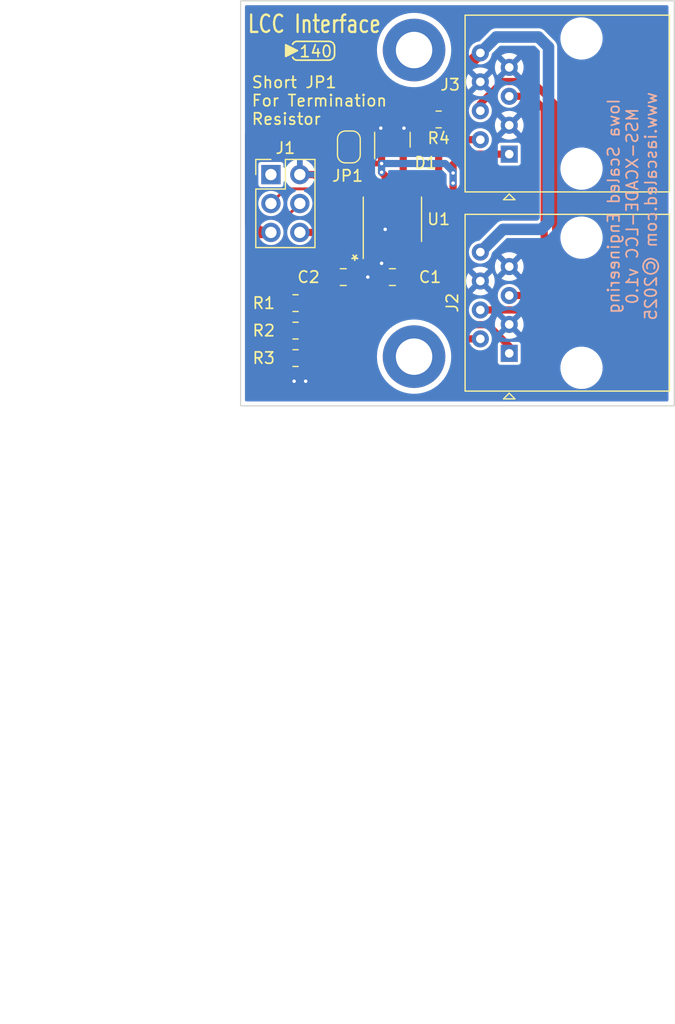
<source format=kicad_pcb>
(kicad_pcb (version 20211014) (generator pcbnew)
  (layers (0 "F.Cu" signal) (31 "B.Cu" signal) (34 "B.Paste" user) (35 "F.Paste" user) (36 "B.SilkS" user "B.Silkscreen") (37 "F.SilkS" user "F.Silkscreen") (38 "B.Mask" user) (39 "F.Mask" user) (44 "Edge.Cuts" user))
  (net 0 "")
  (net 1 "/VPWR")
  (net 2 "GND")
  (net 3 "+5V")
  (net 4 "Net-(D1-Pad1)")
  (net 5 "Net-(D1-Pad2)")
  (net 6 "Net-(J2-Pad5)")
  (net 7 "Net-(R1-Pad2)")
  (net 8 "Net-(R2-Pad1)")
  (net 12 "Net-(J2-Pad4)")
  (net 13 "/CAN_AUX1")
  (net 14 "/CAN_TX")
  (net 15 "/CAN_RX")
  (net 16 "Net-(JP1-Pad2)")
  (footprint "Connector_RJ:RJ45_Amphenol_54602-x08_Horizontal" (layer "F.Cu") (at 99.802 127.762 90)
    (fp_text reference "J3" (at 6.096 -5.187 180) (layer "F.SilkS"))
    (fp_text value "8P8C")
    (fp_line (start -4 -0.5) (end -4 0.5) (layer "F.SilkS") (width 0.12))
    (fp_line (start -3.5 0) (end -4 -0.5) (layer "F.SilkS") (width 0.12))
    (fp_line (start 12.205 -3.88) (end 12.205 14.08) (layer "F.SilkS") (width 0.12))
    (fp_line (start 12.205 -3.88) (end -3.315 -3.88) (layer "F.SilkS") (width 0.12))
    (fp_line (start -3.315 14.08) (end 12.205 14.08) (layer "F.SilkS") (width 0.12))
    (fp_line (start -4 0.5) (end -3.5 0) (layer "F.SilkS") (width 0.12))
    (fp_line (start -3.315 -3.88) (end -3.315 14.08) (layer "F.SilkS") (width 0.12))
    (pad "" np_thru_hole circle (at -1.27 6.35 90) (size 3.2 3.2) (drill 3.2) (layers *.Cu *.Mask))
    (pad "" np_thru_hole circle (at 10.16 6.35 90) (size 3.2 3.2) (drill 3.2) (layers *.Cu *.Mask))
    (pad "1" thru_hole rect (at 0 0 90) (size 1.5 1.5) (drill 0.76) (layers *.Cu *.Mask) (net 4 "Net-(D1-Pad1)"))
    (pad "2" thru_hole circle (at 1.27 -2.54 90) (size 1.5 1.5) (drill 0.76) (layers *.Cu *.Mask) (net 5 "Net-(D1-Pad2)"))
    (pad "3" thru_hole circle (at 2.54 0 90) (size 1.5 1.5) (drill 0.76) (layers *.Cu *.Mask) (net 2 "GND"))
    (pad "4" thru_hole circle (at 3.81 -2.54 90) (size 1.5 1.5) (drill 0.76) (layers *.Cu *.Mask) (net 12 "Net-(J2-Pad4)"))
    (pad "5" thru_hole circle (at 5.08 0 90) (size 1.5 1.5) (drill 0.76) (layers *.Cu *.Mask) (net 6 "Net-(J2-Pad5)"))
    (pad "6" thru_hole circle (at 6.35 -2.54 90) (size 1.5 1.5) (drill 0.76) (layers *.Cu *.Mask) (net 2 "GND"))
    (pad "7" thru_hole circle (at 7.62 0 90) (size 1.5 1.5) (drill 0.76) (layers *.Cu *.Mask) (net 2 "GND"))
    (pad "8" thru_hole circle (at 8.89 -2.54 90) (size 1.5 1.5) (drill 0.76) (layers *.Cu *.Mask) (net 1 "/VPWR"))
  )
  (footprint "Package_TO_SOT_SMD:SOT-23" (layer "F.Cu") (at 89.535 126.492 90)
    (fp_text reference "D1" (at -2.032 2.921 180) (layer "F.SilkS"))
    (fp_text value "ESD2CAN24")
    (fp_line (start 0 -1.56) (end -1.675 -1.56) (layer "F.SilkS") (width 0.12))
    (fp_line (start 0 -1.56) (end 0.65 -1.56) (layer "F.SilkS") (width 0.12))
    (fp_line (start 0 1.56) (end 0.65 1.56) (layer "F.SilkS") (width 0.12))
    (fp_line (start 0 1.56) (end -0.65 1.56) (layer "F.SilkS") (width 0.12))
    (pad "1" smd roundrect (at -0.9375 -0.95 90) (size 1.475 0.6) (layers "F.Cu" "F.Paste" "F.Mask") (net 4 "Net-(D1-Pad1)"))
    (pad "2" smd roundrect (at -0.9375 0.95 90) (size 1.475 0.6) (layers "F.Cu" "F.Paste" "F.Mask") (net 5 "Net-(D1-Pad2)"))
    (pad "3" smd roundrect (at 0.9375 0 90) (size 1.475 0.6) (layers "F.Cu" "F.Paste" "F.Mask") (net 2 "GND"))
  )
  (footprint "Connector_PinHeader_2.54mm:PinHeader_2x03_P2.54mm_Vertical" (layer "F.Cu") (at 78.862 129.555)
    (fp_text reference "J1" (at 1.27 -2.33) (layer "F.SilkS"))
    (fp_text value "Conn_02x03_Odd_Even")
    (fp_line (start -1.33 -1.33) (end 0 -1.33) (layer "F.SilkS") (width 0.12))
    (fp_line (start 1.27 1.27) (end 1.27 -1.33) (layer "F.SilkS") (width 0.12))
    (fp_line (start -1.33 1.27) (end -1.33 6.41) (layer "F.SilkS") (width 0.12))
    (fp_line (start -1.33 1.27) (end 1.27 1.27) (layer "F.SilkS") (width 0.12))
    (fp_line (start -1.33 6.41) (end 3.87 6.41) (layer "F.SilkS") (width 0.12))
    (fp_line (start -1.33 0) (end -1.33 -1.33) (layer "F.SilkS") (width 0.12))
    (fp_line (start 3.87 -1.33) (end 3.87 6.41) (layer "F.SilkS") (width 0.12))
    (fp_line (start 1.27 -1.33) (end 3.87 -1.33) (layer "F.SilkS") (width 0.12))
    (pad "1" thru_hole rect locked (at 0 0) (size 1.7 1.7) (drill 1) (layers *.Cu *.Mask) (net 13 "/CAN_AUX1"))
    (pad "2" thru_hole oval locked (at 2.54 0) (size 1.7 1.7) (drill 1) (layers *.Cu *.Mask) (net 2 "GND"))
    (pad "3" thru_hole oval locked (at 0 2.54) (size 1.7 1.7) (drill 1) (layers *.Cu *.Mask) (net 14 "/CAN_TX"))
    (pad "4" thru_hole oval locked (at 2.54 2.54) (size 1.7 1.7) (drill 1) (layers *.Cu *.Mask) (net 15 "/CAN_RX"))
    (pad "5" thru_hole oval locked (at 0 5.08) (size 1.7 1.7) (drill 1) (layers *.Cu *.Mask) (net 1 "/VPWR"))
    (pad "6" thru_hole oval locked (at 2.54 5.08) (size 1.7 1.7) (drill 1) (layers *.Cu *.Mask) (net 3 "+5V"))
  )
  (footprint "Resistor_SMD:R_0805_2012Metric" (layer "F.Cu") (at 81.026 140.843)
    (fp_text reference "R1" (at -2.794 0) (layer "F.SilkS"))
    (fp_text value "1k")
    (fp_line (start -0.227064 -0.735) (end 0.227064 -0.735) (layer "F.SilkS") (width 0.12))
    (fp_line (start -0.227064 0.735) (end 0.227064 0.735) (layer "F.SilkS") (width 0.12))
    (pad "1" smd roundrect (at -0.9125 0) (size 1.025 1.4) (layers "F.Cu" "F.Paste" "F.Mask") (roundrect_rratio 0.243902) (net 15 "/CAN_RX"))
    (pad "2" smd roundrect (at 0.9125 0) (size 1.025 1.4) (layers "F.Cu" "F.Paste" "F.Mask") (roundrect_rratio 0.243902) (net 7 "Net-(R1-Pad2)"))
  )
  (footprint "Capacitor_SMD:C_0805_2012Metric" (layer "F.Cu") (at 85.217 138.557)
    (fp_text reference "C2" (at -3.048 0) (layer "F.SilkS"))
    (fp_text value "10uF")
    (fp_line (start -0.261252 -0.735) (end 0.261252 -0.735) (layer "F.SilkS") (width 0.12))
    (fp_line (start -0.261252 0.735) (end 0.261252 0.735) (layer "F.SilkS") (width 0.12))
    (pad "1" smd roundrect (at -0.95 0) (size 1 1.45) (layers "F.Cu" "F.Paste" "F.Mask") (net 3 "+5V"))
    (pad "2" smd roundrect (at 0.95 0) (size 1 1.45) (layers "F.Cu" "F.Paste" "F.Mask") (net 2 "GND"))
  )
  (footprint "MountingHole:MountingHole_3.2mm_M3_ISO14580_Pad" (layer "F.Cu") (at 91.44 145.542)
    (fp_text reference "H2" hide)
    (fp_text value "MountingHole")
    (pad "1" thru_hole circle locked (at 0 0) (size 5.5 5.5) (drill 3.2) (layers *.Cu *.Mask) (clearance 0.508))
  )
  (footprint "Connector_RJ:RJ45_Amphenol_54602-x08_Horizontal" (layer "F.Cu") (at 99.802 145.2525 90)
    (fp_text reference "J2" (at 4.445 -5 90) (layer "F.SilkS"))
    (fp_text value "8P8C")
    (fp_line (start -4 -0.5) (end -4 0.5) (layer "F.SilkS") (width 0.12))
    (fp_line (start -3.315 14.08) (end 12.205 14.08) (layer "F.SilkS") (width 0.12))
    (fp_line (start -3.5 0) (end -4 -0.5) (layer "F.SilkS") (width 0.12))
    (fp_line (start 12.205 -3.88) (end 12.205 14.08) (layer "F.SilkS") (width 0.12))
    (fp_line (start -3.315 -3.88) (end -3.315 14.08) (layer "F.SilkS") (width 0.12))
    (fp_line (start 12.205 -3.88) (end -3.315 -3.88) (layer "F.SilkS") (width 0.12))
    (fp_line (start -4 0.5) (end -3.5 0) (layer "F.SilkS") (width 0.12))
    (pad "" np_thru_hole circle (at -1.27 6.35 90) (size 3.2 3.2) (drill 3.2) (layers *.Cu *.Mask))
    (pad "" np_thru_hole circle (at 10.16 6.35 90) (size 3.2 3.2) (drill 3.2) (layers *.Cu *.Mask))
    (pad "1" thru_hole rect (at 0 0 90) (size 1.5 1.5) (drill 0.76) (layers *.Cu *.Mask) (net 4 "Net-(D1-Pad1)"))
    (pad "2" thru_hole circle (at 1.27 -2.54 90) (size 1.5 1.5) (drill 0.76) (layers *.Cu *.Mask) (net 5 "Net-(D1-Pad2)"))
    (pad "3" thru_hole circle (at 2.54 0 90) (size 1.5 1.5) (drill 0.76) (layers *.Cu *.Mask) (net 2 "GND"))
    (pad "4" thru_hole circle (at 3.81 -2.54 90) (size 1.5 1.5) (drill 0.76) (layers *.Cu *.Mask) (net 12 "Net-(J2-Pad4)"))
    (pad "5" thru_hole circle (at 5.08 0 90) (size 1.5 1.5) (drill 0.76) (layers *.Cu *.Mask) (net 6 "Net-(J2-Pad5)"))
    (pad "6" thru_hole circle (at 6.35 -2.54 90) (size 1.5 1.5) (drill 0.76) (layers *.Cu *.Mask) (net 2 "GND"))
    (pad "7" thru_hole circle (at 7.62 0 90) (size 1.5 1.5) (drill 0.76) (layers *.Cu *.Mask) (net 2 "GND"))
    (pad "8" thru_hole circle (at 8.89 -2.54 90) (size 1.5 1.5) (drill 0.76) (layers *.Cu *.Mask) (net 1 "/VPWR"))
  )
  (footprint "Resistor_SMD:R_0805_2012Metric" (layer "F.Cu") (at 81.026 143.256 180)
    (fp_text reference "R2" (at 2.794 0) (layer "F.SilkS"))
    (fp_text value "1k")
    (fp_line (start -0.227064 -0.735) (end 0.227064 -0.735) (layer "F.SilkS") (width 0.12))
    (fp_line (start -0.227064 0.735) (end 0.227064 0.735) (layer "F.SilkS") (width 0.12))
    (pad "1" smd roundrect (at -0.9125 0 180) (size 1.025 1.4) (layers "F.Cu" "F.Paste" "F.Mask") (roundrect_rratio 0.243902) (net 8 "Net-(R2-Pad1)"))
    (pad "2" smd roundrect (at 0.9125 0 180) (size 1.025 1.4) (layers "F.Cu" "F.Paste" "F.Mask") (roundrect_rratio 0.243902) (net 15 "/CAN_RX"))
  )
  (footprint "Jumper:SolderJumper-2_P1.3mm_Open_RoundedPad1.0x1.5mm" (layer "F.Cu") (at 85.71 127.127 90)
    (fp_text reference "JP1" (at -2.54 -0.112 180) (layer "F.SilkS"))
    (fp_text value "SolderJumper_2_Open")
    (fp_line (start -0.7 -1) (end 0.7 -1) (layer "F.SilkS") (width 0.12))
    (fp_line (start 0.7 1) (end -0.7 1) (layer "F.SilkS") (width 0.12))
    (fp_line (start 1.4 -0.3) (end 1.4 0.3) (layer "F.SilkS") (width 0.12))
    (fp_line (start -1.4 0.3) (end -1.4 -0.3) (layer "F.SilkS") (width 0.12))
    (fp_arc (start 1.4 0.3) (mid 1.194975 0.794975) (end 0.7 1) (layer "F.SilkS") (width 0.12))
    (fp_arc (start -1.4 -0.3) (mid -1.194975 -0.794975) (end -0.7 -1) (layer "F.SilkS") (width 0.12))
    (fp_arc (start 0.7 -1) (mid 1.194975 -0.794975) (end 1.4 -0.3) (layer "F.SilkS") (width 0.12))
    (fp_arc (start -0.7 1) (mid -1.194975 0.794975) (end -1.4 0.3) (layer "F.SilkS") (width 0.12))
    (pad "1" smd custom (at -0.65 0 90) (size 1 0.5) (layers "F.Cu" "F.Mask") (net 4 "Net-(D1-Pad1)") (options (clearance outline) (anchor rect)) (primitives (gr_circle (center 0 0.25) (end 0.5 0.25) (width 0) (fill yes)) (gr_circle (center 0 -0.25) (end 0.5 -0.25) (width 0) (fill yes)) (gr_poly (pts (xy 0.5 0.75) (xy 0 0.75) (xy 0 -0.75) (xy 0.5 -0.75)) (width 0) (fill yes))))
    (pad "2" smd custom (at 0.65 0 90) (size 1 0.5) (layers "F.Cu" "F.Mask") (net 16 "Net-(JP1-Pad2)") (options (clearance outline) (anchor rect)) (primitives (gr_circle (center 0 0.25) (end 0.5 0.25) (width 0) (fill yes)) (gr_circle (center 0 -0.25) (end 0.5 -0.25) (width 0) (fill yes)) (gr_poly (pts (xy 0 0.75) (xy -0.5 0.75) (xy -0.5 -0.75) (xy 0 -0.75)) (width 0) (fill yes))))
  )
  (footprint "MountingHole:MountingHole_3.2mm_M3_ISO14580_Pad" (layer "F.Cu") (at 91.44 118.618)
    (fp_text reference "H1" hide)
    (fp_text value "MountingHole")
    (pad "1" thru_hole circle locked (at 0 0) (size 5.5 5.5) (drill 3.2) (layers *.Cu *.Mask) (clearance 0.508))
  )
  (footprint "Capacitor_SMD:C_0805_2012Metric" (layer "F.Cu") (at 89.535 138.557 180)
    (fp_text reference "C1" (at -3.302 0) (layer "F.SilkS"))
    (fp_text value "0.1uF")
    (fp_line (start -0.261252 -0.735) (end 0.261252 -0.735) (layer "F.SilkS") (width 0.12))
    (fp_line (start -0.261252 0.735) (end 0.261252 0.735) (layer "F.SilkS") (width 0.12))
    (pad "1" smd roundrect (at -0.95 0 180) (size 1 1.45) (layers "F.Cu" "F.Paste" "F.Mask") (net 3 "+5V"))
    (pad "2" smd roundrect (at 0.95 0 180) (size 1 1.45) (layers "F.Cu" "F.Paste" "F.Mask") (net 2 "GND"))
  )
  (footprint "Resistor_SMD:R_0805_2012Metric" (layer "F.Cu") (at 93.599 124.714 180)
    (fp_text reference "R4" (at 0 -1.65) (layer "F.SilkS"))
    (fp_text value "120")
    (fp_line (start -0.227064 0.735) (end 0.227064 0.735) (layer "F.SilkS") (width 0.12))
    (fp_line (start -0.227064 -0.735) (end 0.227064 -0.735) (layer "F.SilkS") (width 0.12))
    (pad "1" smd roundrect (at -0.9125 0 180) (size 1.025 1.4) (layers "F.Cu" "F.Paste" "F.Mask") (roundrect_rratio 0.243902) (net 5 "Net-(D1-Pad2)"))
    (pad "2" smd roundrect (at 0.9125 0 180) (size 1.025 1.4) (layers "F.Cu" "F.Paste" "F.Mask") (roundrect_rratio 0.243902) (net 16 "Net-(JP1-Pad2)"))
  )
  (footprint "Resistor_SMD:R_0805_2012Metric" (layer "F.Cu") (at 81.026 145.669)
    (fp_text reference "R3" (at -2.794 0) (layer "F.SilkS"))
    (fp_text value "1k")
    (fp_line (start -0.227064 0.735) (end 0.227064 0.735) (layer "F.SilkS") (width 0.12))
    (fp_line (start -0.227064 -0.735) (end 0.227064 -0.735) (layer "F.SilkS") (width 0.12))
    (pad "1" smd roundrect (at -0.9125 0) (size 1.025 1.4) (layers "F.Cu" "F.Paste" "F.Mask") (roundrect_rratio 0.243902) (net 2 "GND"))
    (pad "2" smd roundrect (at 0.9125 0) (size 1.025 1.4) (layers "F.Cu" "F.Paste" "F.Mask") (roundrect_rratio 0.243902) (net 8 "Net-(R2-Pad1)"))
  )
  (footprint "Package_SO:SOIC-8_3.9x4.9mm_P1.27mm" (layer "F.Cu") (at 89.535 133.477 90)
    (fp_text reference "U1" (at 0 4.064 180) (layer "F.SilkS"))
    (fp_text value "TCAN1042")
    (fp_line (start 0 2.56) (end 1.95 2.56) (layer "F.SilkS") (width 0.12))
    (fp_line (start 0 -2.56) (end -3.45 -2.56) (layer "F.SilkS") (width 0.12))
    (fp_line (start 0 -2.56) (end 1.95 -2.56) (layer "F.SilkS") (width 0.12))
    (fp_line (start 0 2.56) (end -1.95 2.56) (layer "F.SilkS") (width 0.12))
    (pad "1" smd roundrect (at -2.475 -1.905 90) (size 1.95 0.6) (layers "F.Cu" "F.Paste" "F.Mask") (net 14 "/CAN_TX"))
    (pad "2" smd roundrect (at -2.475 -0.635 90) (size 1.95 0.6) (layers "F.Cu" "F.Paste" "F.Mask") (net 2 "GND"))
    (pad "3" smd roundrect (at -2.475 0.635 90) (size 1.95 0.6) (layers "F.Cu" "F.Paste" "F.Mask") (net 3 "+5V"))
    (pad "4" smd roundrect (at -2.475 1.905 90) (size 1.95 0.6) (layers "F.Cu" "F.Paste" "F.Mask") (net 7 "Net-(R1-Pad2)"))
    (pad "5" smd roundrect (at 2.475 1.905 90) (size 1.95 0.6) (layers "F.Cu" "F.Paste" "F.Mask"))
    (pad "6" smd roundrect (at 2.475 0.635 90) (size 1.95 0.6) (layers "F.Cu" "F.Paste" "F.Mask") (net 5 "Net-(D1-Pad2)"))
    (pad "7" smd roundrect (at 2.475 -0.635 90) (size 1.95 0.6) (layers "F.Cu" "F.Paste" "F.Mask") (net 4 "Net-(D1-Pad1)"))
    (pad "8" smd roundrect (at 2.475 -1.905 90) (size 1.95 0.6) (layers "F.Cu" "F.Paste" "F.Mask") (net 2 "GND"))
  )
  (gr_poly (pts (xy 81.1784 118.6688) (xy 80.1624 119.1768) (xy 80.1624 118.1608)) (layer "F.SilkS") (width 0.15) (fill solid))
  (gr_arc (start 83.947 117.856) (mid 84.30621 118.00479) (end 84.455 118.364) (layer "F.SilkS") (width 0.15))
  (gr_arc (start 80.772 118.11) (mid 80.924039 117.9253) (end 81.153 117.856) (layer "F.SilkS") (width 0.15))
  (gr_line (start 84.455 118.364) (end 84.455 118.999) (layer "F.SilkS") (width 0.15))
  (gr_arc (start 81.153 119.507) (mid 80.924056 119.437674) (end 80.772 119.253) (layer "F.SilkS") (width 0.15))
  (gr_line (start 81.153 117.856) (end 83.947 117.856) (layer "F.SilkS") (width 0.15))
  (gr_arc (start 84.455 118.999) (mid 84.30621 119.35821) (end 83.947 119.507) (layer "F.SilkS") (width 0.15))
  (gr_line (start 81.153 119.507) (end 83.947 119.507) (layer "F.SilkS") (width 0.15))
  (gr_rect (start 76.2 114.3) (end 114.3 149.86) (layer "Edge.Cuts") (width 0.1) (fill none))
  (gr_text "Iowa Scaled Engineering\nMSS-XCADE-LCC v1.0\nwww.iascaled.com ©2025" (at 110.617 132.334 90) (layer "B.SilkS") (effects (font (size 1.016 1.016) (thickness 0.1524)) (justify mirror)))
  (gr_text "140" (at 82.804 118.745) (layer "F.SilkS") (effects (font (size 1 1))))
  (gr_text "LCC Interface" (at 82.677 116.332) (layer "F.SilkS") (effects (font (size 1.524 1.143) (thickness 0.2032))))
  (gr_text "*" (at 86.233 136.525 180) (layer "F.SilkS") (effects (font (size 1 1))))
  (gr_text "Short JP1\nFor Termination\nResistor" (at 77.089 123.063) (layer "F.SilkS") (effects (font (size 1 1)) (justify left)))
  (segment (start 77.089 133.858) (end 77.089 126.111) (width 1.016) (layer "F.Cu") (net 1))
  (segment (start 93.706 122.428) (end 97.262 118.872) (width 1.016) (layer "F.Cu") (net 1))
  (segment (start 80.772 122.428) (end 93.706 122.428) (width 1.016) (layer "F.Cu") (net 1))
  (segment (start 77.866 134.635) (end 77.089 133.858) (width 1.016) (layer "F.Cu") (net 1))
  (segment (start 77.089 126.111) (end 80.772 122.428) (width 1.016) (layer "F.Cu") (net 1))
  (segment (start 78.862 134.635) (end 77.866 134.635) (width 1.016) (layer "F.Cu") (net 1))
  (segment (start 102.362 117.475) (end 103.251 118.364) (width 1.016) (layer "B.Cu") (net 1))
  (segment (start 98.659 117.475) (end 102.362 117.475) (width 1.016) (layer "B.Cu") (net 1))
  (segment (start 103.251 133.731) (end 102.616 134.366) (width 1.016) (layer "B.Cu") (net 1))
  (segment (start 97.262 118.872) (end 98.659 117.475) (width 1.016) (layer "B.Cu") (net 1))
  (segment (start 99.2585 134.366) (end 97.262 136.3625) (width 1.016) (layer "B.Cu") (net 1))
  (segment (start 103.251 118.364) (end 103.251 133.731) (width 1.016) (layer "B.Cu") (net 1))
  (segment (start 102.616 134.366) (end 99.2585 134.366) (width 1.016) (layer "B.Cu") (net 1))
  (segment (start 88.9 134.366) (end 87.63 133.096) (width 0.635) (layer "F.Cu") (net 2))
  (segment (start 88.585 137.221) (end 88.585 137.348) (width 0.635) (layer "F.Cu") (net 2))
  (segment (start 81.402 129.555) (end 82.692 129.555) (width 0.635) (layer "F.Cu") (net 2))
  (segment (start 87.63 133.096) (end 87.63 131.002) (width 0.635) (layer "F.Cu") (net 2))
  (segment (start 90.551 125.476) (end 88.519 125.476) (width 0.635) (layer "F.Cu") (net 2))
  (segment (start 80.645 147.701) (end 80.1135 147.1695) (width 0.635) (layer "F.Cu") (net 2))
  (segment (start 86.233 133.096) (end 87.63 133.096) (width 0.635) (layer "F.Cu") (net 2))
  (segment (start 82.692 129.555) (end 83.693 130.556) (width 0.635) (layer "F.Cu") (net 2))
  (segment (start 88.9 135.952) (end 88.9 134.366) (width 0.635) (layer "F.Cu") (net 2))
  (segment (start 81.915 147.701) (end 80.645 147.701) (width 0.635) (layer "F.Cu") (net 2))
  (segment (start 87.376 138.557) (end 88.585 138.557) (width 0.635) (layer "F.Cu") (net 2))
  (segment (start 83.693 130.556) (end 84.6455 131.5085) (width 0.635) (layer "F.Cu") (net 2))
  (segment (start 86.167 138.557) (end 87.376 138.557) (width 0.635) (layer "F.Cu") (net 2))
  (segment (start 84.6455 131.5085) (end 86.233 133.096) (width 0.635) (layer "F.Cu") (net 2))
  (segment (start 88.9 135.952) (end 88.9 136.906) (width 0.635) (layer "F.Cu") (net 2))
  (segment (start 88.585 137.348) (end 88.585 138.557) (width 0.635) (layer "F.Cu") (net 2))
  (segment (start 88.9 136.906) (end 88.585 137.221) (width 0.635) (layer "F.Cu") (net 2))
  (segment (start 80.1135 147.1695) (end 80.1135 145.669) (width 0.635) (layer "F.Cu") (net 2))
  (via (at 88.519 125.476) (size 0.6096) (drill 0.3048) (layers "F.Cu" "B.Cu") (net 2))
  (via (at 87.376 138.557) (size 0.6096) (drill 0.3048) (layers "F.Cu" "B.Cu") (net 2))
  (via (at 81.915 147.701) (size 0.6096) (drill 0.3048) (layers "F.Cu" "B.Cu") (net 2))
  (via (at 88.585 137.348) (size 0.6096) (drill 0.3048) (layers "F.Cu" "B.Cu") (net 2))
  (via (at 80.899 147.701) (size 0.6096) (drill 0.3048) (layers "F.Cu" "B.Cu") (net 2))
  (via (at 90.551 125.476) (size 0.6096) (drill 0.3048) (layers "F.Cu" "B.Cu") (net 2))
  (via (at 88.9 134.366) (size 0.6096) (drill 0.3048) (layers "F.Cu" "B.Cu") (net 2))
  (segment (start 81.402 134.635) (end 83.708 134.635) (width 0.635) (layer "F.Cu") (net 3))
  (segment (start 84.836 140.081) (end 89.662 140.081) (width 0.635) (layer "F.Cu") (net 3))
  (segment (start 90.17 135.952) (end 90.17 136.906) (width 0.635) (layer "F.Cu") (net 3))
  (segment (start 90.485 137.221) (end 90.485 138.557) (width 0.635) (layer "F.Cu") (net 3))
  (segment (start 83.708 134.635) (end 84.267 135.194) (width 0.635) (layer "F.Cu") (net 3))
  (segment (start 89.662 140.081) (end 90.485 139.258) (width 0.635) (layer "F.Cu") (net 3))
  (segment (start 90.17 136.906) (end 90.485 137.221) (width 0.635) (layer "F.Cu") (net 3))
  (segment (start 84.267 135.194) (end 84.267 138.557) (width 0.635) (layer "F.Cu") (net 3))
  (segment (start 84.267 139.512) (end 84.836 140.081) (width 0.635) (layer "F.Cu") (net 3))
  (segment (start 90.485 139.258) (end 90.485 138.557) (width 0.635) (layer "F.Cu") (net 3))
  (segment (start 84.267 138.557) (end 84.267 139.512) (width 0.635) (layer "F.Cu") (net 3))
  (segment (start 88.9 131.002) (end 88.9 129.667) (width 0.635) (layer "F.Cu") (net 4))
  (segment (start 88.9 129.667) (end 88.585 129.352) (width 0.635) (layer "F.Cu") (net 4))
  (segment (start 95.758 127.762) (end 99.802 127.762) (width 0.635) (layer "F.Cu") (net 4))
  (segment (start 88.585 129.352) (end 88.585 128.585) (width 0.635) (layer "F.Cu") (net 4))
  (segment (start 97.9062 142.7372) (end 95.8742 142.7372) (width 0.635) (layer "F.Cu") (net 4))
  (segment (start 88.585 128.585) (end 86.518 128.585) (width 0.508) (layer "F.Cu") (net 4))
  (segment (start 94.869 128.651) (end 95.758 127.762) (width 0.635) (layer "F.Cu") (net 4))
  (segment (start 95.8742 142.7372) (end 94.869 141.732) (width 0.635) (layer "F.Cu") (net 4))
  (segment (start 88.585 128.585) (end 88.585 127.4295) (width 0.635) (layer "F.Cu") (net 4))
  (segment (start 86.518 128.585) (end 85.71 127.777) (width 0.508) (layer "F.Cu") (net 4))
  (segment (start 94.869 141.732) (end 94.869 128.651) (width 0.635) (layer "F.Cu") (net 4))
  (segment (start 99.802 145.2525) (end 99.802 144.633) (width 0.635) (layer "F.Cu") (net 4))
  (segment (start 99.802 144.633) (end 97.9062 142.7372) (width 0.635) (layer "F.Cu") (net 4))
  (via (at 88.585 128.585) (size 0.6096) (drill 0.3048) (layers "F.Cu" "B.Cu") (net 4))
  (via (at 94.869 129.413) (size 0.6096) (drill 0.3048) (layers "F.Cu" "B.Cu") (net 4))
  (via (at 88.585 129.352) (size 0.6096) (drill 0.3048) (layers "F.Cu" "B.Cu") (net 4))
  (via (at 94.869 130.302) (size 0.6096) (drill 0.3048) (layers "F.Cu" "B.Cu") (net 4))
  (segment (start 94.869 129.413) (end 94.869 130.302) (width 0.635) (layer "B.Cu") (net 4))
  (segment (start 94.168 128.585) (end 94.869 129.286) (width 0.635) (layer "B.Cu") (net 4))
  (segment (start 88.585 128.585) (end 94.168 128.585) (width 0.635) (layer "B.Cu") (net 4))
  (segment (start 88.585 128.585) (end 88.585 129.352) (width 0.635) (layer "B.Cu") (net 4))
  (segment (start 94.869 129.286) (end 94.869 129.413) (width 0.635) (layer "B.Cu") (net 4))
  (segment (start 94.742 126.492) (end 94.107 127.127) (width 0.635) (layer "F.Cu") (net 5))
  (segment (start 94.5115 124.714) (end 94.5115 126.2615) (width 0.508) (layer "F.Cu") (net 5))
  (segment (start 94.5115 126.2615) (end 94.742 126.492) (width 0.508) (layer "F.Cu") (net 5))
  (segment (start 93.8045 127.4295) (end 94.107 127.127) (width 0.635) (layer "F.Cu") (net 5))
  (segment (start 93.599 142.113) (end 95.4685 143.9825) (width 0.635) (layer "F.Cu") (net 5))
  (segment (start 90.17 131.002) (end 90.17 129.667) (width 0.635) (layer "F.Cu") (net 5))
  (segment (start 97.262 126.492) (end 94.742 126.492) (width 0.635) (layer "F.Cu") (net 5))
  (segment (start 90.485 129.352) (end 90.485 127.4295) (width 0.635) (layer "F.Cu") (net 5))
  (segment (start 94.107 127.127) (end 93.599 127.635) (width 0.635) (layer "F.Cu") (net 5))
  (segment (start 90.485 127.4295) (end 93.8045 127.4295) (width 0.635) (layer "F.Cu") (net 5))
  (segment (start 95.4685 143.9825) (end 97.262 143.9825) (width 0.635) (layer "F.Cu") (net 5))
  (segment (start 93.599 127.635) (end 93.599 142.113) (width 0.635) (layer "F.Cu") (net 5))
  (segment (start 90.17 129.667) (end 90.485 129.352) (width 0.635) (layer "F.Cu") (net 5))
  (segment (start 102.87 139.065) (end 101.727 140.208) (width 0.635) (layer "F.Cu") (net 6))
  (segment (start 101.6915 140.1725) (end 99.802 140.1725) (width 0.635) (layer "F.Cu") (net 6))
  (segment (start 101.727 122.682) (end 102.87 123.825) (width 0.635) (layer "F.Cu") (net 6))
  (segment (start 101.727 140.208) (end 101.6915 140.1725) (width 0.635) (layer "F.Cu") (net 6))
  (segment (start 99.802 122.682) (end 101.727 122.682) (width 0.635) (layer "F.Cu") (net 6))
  (segment (start 102.87 123.825) (end 102.87 139.065) (width 0.635) (layer "F.Cu") (net 6))
  (segment (start 91.44 137.033) (end 92.202 137.795) (width 0.4572) (layer "F.Cu") (net 7))
  (segment (start 91.313 140.97) (end 82.0655 140.97) (width 0.4572) (layer "F.Cu") (net 7))
  (segment (start 91.44 135.952) (end 91.44 137.033) (width 0.4572) (layer "F.Cu") (net 7))
  (segment (start 92.202 137.795) (end 92.202 140.081) (width 0.4572) (layer "F.Cu") (net 7))
  (segment (start 92.202 140.081) (end 91.313 140.97) (width 0.4572) (layer "F.Cu") (net 7))
  (segment (start 82.0655 140.97) (end 81.9385 140.843) (width 0.4572) (layer "F.Cu") (net 7))
  (segment (start 81.9385 143.256) (end 81.9385 145.669) (width 0.4572) (layer "F.Cu") (net 8))
  (segment (start 102.0165 141.4425) (end 103.886 139.573) (width 0.635) (layer "F.Cu") (net 12))
  (segment (start 103.886 139.573) (end 103.886 123.444) (width 0.635) (layer "F.Cu") (net 12))
  (segment (start 103.886 123.444) (end 101.8293 121.3873) (width 0.635) (layer "F.Cu") (net 12))
  (segment (start 101.8293 121.3873) (end 99.2117 121.3873) (width 0.635) (layer "F.Cu") (net 12))
  (segment (start 97.262 141.4425) (end 102.0165 141.4425) (width 0.635) (layer "F.Cu") (net 12))
  (segment (start 97.262 123.337) (end 97.262 123.952) (width 0.635) (layer "F.Cu") (net 12))
  (segment (start 99.2117 121.3873) (end 97.262 123.337) (width 0.635) (layer "F.Cu") (net 12))
  (segment (start 85.344 133.604) (end 82.55 130.81) (width 0.254) (layer "F.Cu") (net 14))
  (segment (start 82.55 130.81) (end 80.147 130.81) (width 0.254) (layer "F.Cu") (net 14))
  (segment (start 80.147 130.81) (end 78.862 132.095) (width 0.254) (layer "F.Cu") (net 14))
  (segment (start 85.344 135.509) (end 85.344 133.604) (width 0.254) (layer "F.Cu") (net 14))
  (segment (start 87.63 135.952) (end 85.787 135.952) (width 0.254) (layer "F.Cu") (net 14))
  (segment (start 85.787 135.952) (end 85.344 135.509) (width 0.254) (layer "F.Cu") (net 14))
  (segment (start 80.1135 133.3835) (end 81.402 132.095) (width 0.254) (layer "F.Cu") (net 15))
  (segment (start 80.1135 143.256) (end 80.1135 140.843) (width 0.4572) (layer "F.Cu") (net 15))
  (segment (start 80.1135 140.843) (end 80.1135 133.3835) (width 0.254) (layer "F.Cu") (net 15))
  (segment (start 91.7975 123.825) (end 92.6865 124.714) (width 0.508) (layer "F.Cu") (net 16))
  (segment (start 85.71 126.477) (end 85.71 125.11) (width 0.508) (layer "F.Cu") (net 16))
  (segment (start 85.71 125.11) (end 86.995 123.825) (width 0.508) (layer "F.Cu") (net 16))
  (segment (start 86.995 123.825) (end 91.7975 123.825) (width 0.508) (layer "F.Cu") (net 16))
  (zone (net 2) (net_name "GND") (layer "B.Cu") (connect_pads (clearance 0.254)) (min_thickness 0.254) (fill yes (thermal_gap 0.508) (thermal_bridge_width 0.508))
    (polygon (pts (xy 113.792 149.479) (xy 76.581 149.479) (xy 76.581 114.681) (xy 113.792 114.681)))
  )
)
</source>
